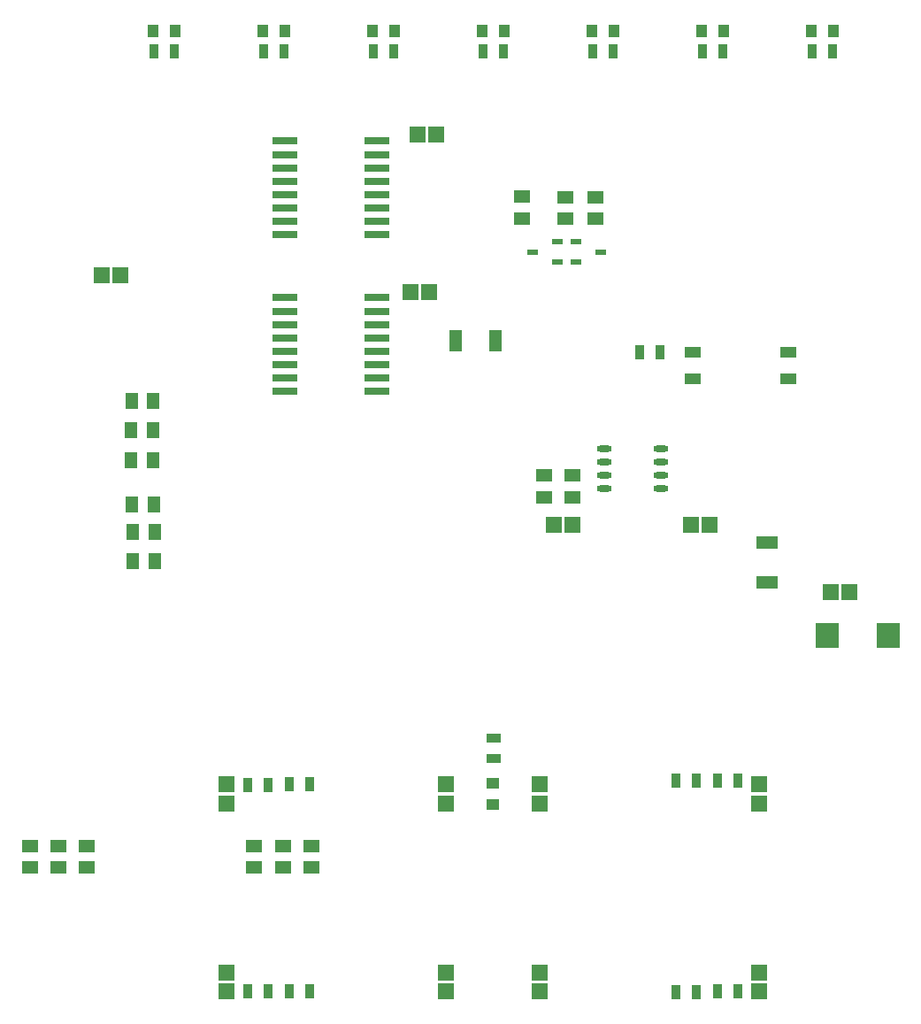
<source format=gbr>
%TF.GenerationSoftware,Altium Limited,Altium Designer,21.6.4 (81)*%
G04 Layer_Color=8421504*
%FSLAX43Y43*%
%MOMM*%
%TF.SameCoordinates,6460C9BA-4ACB-47D4-91E6-0B69D92CFE26*%
%TF.FilePolarity,Positive*%
%TF.FileFunction,Paste,Top*%
%TF.Part,Single*%
G01*
G75*
%TA.AperFunction,SMDPad,CuDef*%
%ADD10R,1.200X1.100*%
%ADD11R,1.508X1.207*%
%ADD12R,1.250X2.000*%
%ADD13R,2.000X1.250*%
%ADD14R,0.950X1.450*%
%ADD15R,1.600X1.000*%
%ADD16R,1.000X0.600*%
%ADD17R,1.207X1.508*%
%ADD18O,1.450X0.600*%
%ADD19R,1.556X1.505*%
%ADD20R,1.505X1.556*%
%ADD21R,1.450X0.950*%
%ADD22R,2.200X2.350*%
%ADD23R,2.400X0.800*%
%ADD24R,2.400X0.700*%
%ADD25R,1.100X1.200*%
D10*
X50500Y23050D02*
D03*
Y20950D02*
D03*
D11*
X57425Y76999D02*
D03*
Y79101D02*
D03*
X58125Y50399D02*
D03*
Y52501D02*
D03*
X55375Y50399D02*
D03*
Y52501D02*
D03*
X53250Y77049D02*
D03*
Y79151D02*
D03*
X60300Y79101D02*
D03*
Y76999D02*
D03*
X11625Y17051D02*
D03*
Y14949D02*
D03*
X6175Y17051D02*
D03*
Y14949D02*
D03*
X8900Y17051D02*
D03*
Y14949D02*
D03*
X30400Y17051D02*
D03*
Y14949D02*
D03*
X33125Y17051D02*
D03*
Y14949D02*
D03*
X27650Y17051D02*
D03*
Y14949D02*
D03*
D12*
X50700Y65375D02*
D03*
X46950D02*
D03*
D13*
X76725Y46025D02*
D03*
Y42275D02*
D03*
D14*
X66475Y64250D02*
D03*
X64525D02*
D03*
X32975Y22900D02*
D03*
X31025D02*
D03*
X27025Y22875D02*
D03*
X28975D02*
D03*
X27025Y3150D02*
D03*
X28975D02*
D03*
X32975Y3100D02*
D03*
X31025D02*
D03*
X73975Y23300D02*
D03*
X72025D02*
D03*
X68025Y23250D02*
D03*
X69975D02*
D03*
X73975Y3100D02*
D03*
X72025D02*
D03*
X68025Y3050D02*
D03*
X69975D02*
D03*
X39025Y93000D02*
D03*
X40975D02*
D03*
X81025D02*
D03*
X82975D02*
D03*
X70525D02*
D03*
X72475D02*
D03*
X60025D02*
D03*
X61975D02*
D03*
X18025D02*
D03*
X19975D02*
D03*
X28525D02*
D03*
X30475D02*
D03*
X49525D02*
D03*
X51475D02*
D03*
D15*
X69650Y64265D02*
D03*
X78800Y61725D02*
D03*
X69650D02*
D03*
X78800Y64265D02*
D03*
D16*
X58450Y74800D02*
D03*
Y72900D02*
D03*
X60850Y73850D02*
D03*
X54275D02*
D03*
X56675Y74800D02*
D03*
Y72900D02*
D03*
D17*
X18101Y44300D02*
D03*
X15999D02*
D03*
X18100Y47025D02*
D03*
X15998D02*
D03*
X18076Y49725D02*
D03*
X15974D02*
D03*
X15899Y59625D02*
D03*
X18001D02*
D03*
X15849Y53925D02*
D03*
X17951D02*
D03*
X15849Y56775D02*
D03*
X17951D02*
D03*
D18*
X66600Y51230D02*
D03*
Y52500D02*
D03*
Y53770D02*
D03*
Y55040D02*
D03*
X61150Y51230D02*
D03*
Y52500D02*
D03*
Y53770D02*
D03*
Y55040D02*
D03*
D19*
X46000Y21099D02*
D03*
Y22901D02*
D03*
X25000Y4901D02*
D03*
Y3099D02*
D03*
Y21099D02*
D03*
Y22901D02*
D03*
X55000Y21099D02*
D03*
Y22901D02*
D03*
X46000Y4901D02*
D03*
Y3099D02*
D03*
X55000Y4901D02*
D03*
Y3099D02*
D03*
X76000Y21099D02*
D03*
Y22901D02*
D03*
X76000Y4901D02*
D03*
Y3099D02*
D03*
D20*
X56323Y47725D02*
D03*
X58125D02*
D03*
X71251D02*
D03*
X69449D02*
D03*
X84625Y41325D02*
D03*
X82823D02*
D03*
X13049Y71600D02*
D03*
X14851D02*
D03*
X45051Y85050D02*
D03*
X43249D02*
D03*
X44426Y70025D02*
D03*
X42624D02*
D03*
D21*
X50600Y25425D02*
D03*
Y27375D02*
D03*
D22*
X88300Y37200D02*
D03*
X82450D02*
D03*
D23*
X30600Y84495D02*
D03*
Y75505D02*
D03*
X39400D02*
D03*
Y84495D02*
D03*
X30600Y69495D02*
D03*
Y60505D02*
D03*
X39400D02*
D03*
Y69495D02*
D03*
D24*
X30600Y83175D02*
D03*
Y81905D02*
D03*
Y80635D02*
D03*
Y79365D02*
D03*
Y78095D02*
D03*
Y76825D02*
D03*
X39400D02*
D03*
Y78095D02*
D03*
Y79365D02*
D03*
Y80635D02*
D03*
Y81905D02*
D03*
Y83175D02*
D03*
X30600Y68175D02*
D03*
Y66905D02*
D03*
Y65635D02*
D03*
Y64365D02*
D03*
Y63095D02*
D03*
Y61825D02*
D03*
X39400D02*
D03*
Y63095D02*
D03*
Y64365D02*
D03*
Y65635D02*
D03*
Y66905D02*
D03*
Y68175D02*
D03*
D25*
X38950Y95000D02*
D03*
X41050D02*
D03*
X17950D02*
D03*
X20050D02*
D03*
X80950D02*
D03*
X83050D02*
D03*
X49450D02*
D03*
X51550D02*
D03*
X59950D02*
D03*
X62050D02*
D03*
X28450D02*
D03*
X30550D02*
D03*
X70450D02*
D03*
X72550D02*
D03*
%TF.MD5,8424c5d8b47ef8aa9b760f4f0cc4503f*%
M02*

</source>
